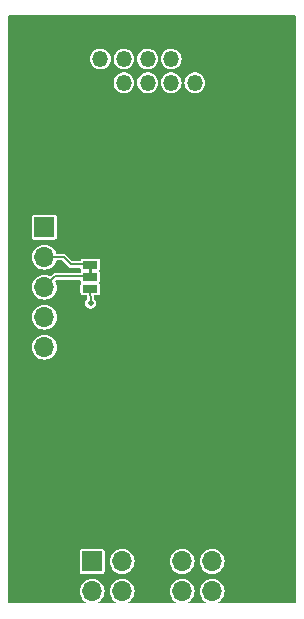
<source format=gbl>
G04 #@! TF.GenerationSoftware,KiCad,Pcbnew,8.0.0*
G04 #@! TF.CreationDate,2024-03-09T17:02:06-06:00*
G04 #@! TF.ProjectId,Sonde_Programmer_Adapter,536f6e64-655f-4507-926f-6772616d6d65,rev?*
G04 #@! TF.SameCoordinates,Original*
G04 #@! TF.FileFunction,Copper,L2,Bot*
G04 #@! TF.FilePolarity,Positive*
%FSLAX46Y46*%
G04 Gerber Fmt 4.6, Leading zero omitted, Abs format (unit mm)*
G04 Created by KiCad (PCBNEW 8.0.0) date 2024-03-09 17:02:06*
%MOMM*%
%LPD*%
G01*
G04 APERTURE LIST*
G04 #@! TA.AperFunction,EtchedComponent*
%ADD10C,0.254000*%
G04 #@! TD*
G04 #@! TA.AperFunction,ComponentPad*
%ADD11O,1.700000X1.700000*%
G04 #@! TD*
G04 #@! TA.AperFunction,ComponentPad*
%ADD12R,1.700000X1.700000*%
G04 #@! TD*
G04 #@! TA.AperFunction,SMDPad,CuDef*
%ADD13R,1.270000X0.635000*%
G04 #@! TD*
G04 #@! TA.AperFunction,ComponentPad*
%ADD14R,1.350000X1.350000*%
G04 #@! TD*
G04 #@! TA.AperFunction,ComponentPad*
%ADD15O,1.350000X1.350000*%
G04 #@! TD*
G04 #@! TA.AperFunction,ViaPad*
%ADD16C,0.510000*%
G04 #@! TD*
G04 #@! TA.AperFunction,ViaPad*
%ADD17C,0.600000*%
G04 #@! TD*
G04 #@! TA.AperFunction,Conductor*
%ADD18C,0.129540*%
G04 #@! TD*
G04 APERTURE END LIST*
D10*
X83667600Y-72415400D02*
X83667600Y-73431400D01*
D11*
X79781000Y-81940000D03*
X79781000Y-79400000D03*
X79781000Y-76860000D03*
X79781000Y-74320000D03*
X79781000Y-71780000D03*
D12*
X79781000Y-69240000D03*
D13*
X83667600Y-72415400D03*
X83667600Y-73431400D03*
X83667600Y-74447400D03*
D14*
X84519000Y-57007000D03*
D15*
X84519000Y-55007000D03*
X86519000Y-57007000D03*
X86519000Y-55007000D03*
X88519000Y-57007000D03*
X88519000Y-55007000D03*
X90519000Y-57007000D03*
X90519000Y-55007000D03*
X92519000Y-57007000D03*
X92519000Y-55007000D03*
D12*
X83820000Y-97536000D03*
D11*
X83820000Y-100076000D03*
X86360000Y-97536000D03*
X86360000Y-100076000D03*
X88900000Y-97536000D03*
X88900000Y-100076000D03*
X91440000Y-97536000D03*
X91440000Y-100076000D03*
X93980000Y-97536000D03*
X93980000Y-100076000D03*
D16*
X83693000Y-75692000D03*
D17*
X85090000Y-99060000D03*
X81915000Y-100203000D03*
X88900000Y-95631000D03*
X86360000Y-95631000D03*
X83566000Y-95631000D03*
X91567000Y-88138000D03*
X89154000Y-90297000D03*
X88646000Y-87884000D03*
X93091000Y-71374000D03*
X91440000Y-71374000D03*
X89916000Y-71374000D03*
X88646000Y-71374000D03*
X93218000Y-58801000D03*
X91567000Y-58801000D03*
X89916000Y-58801000D03*
X88646000Y-58801000D03*
D18*
X83693000Y-75692000D02*
X83667600Y-75666600D01*
X83667600Y-74447400D02*
X83693000Y-75692000D01*
X80695000Y-73406000D02*
X83275830Y-73406000D01*
X79781000Y-74320000D02*
X80695000Y-73406000D01*
X82042000Y-72390000D02*
X83138954Y-72390000D01*
X81432000Y-71780000D02*
X82042000Y-72390000D01*
X79781000Y-71780000D02*
X81432000Y-71780000D01*
G04 #@! TA.AperFunction,Conductor*
G36*
X101080450Y-51319550D02*
G01*
X101099500Y-51365540D01*
X101099500Y-101034460D01*
X101080450Y-101080450D01*
X101034460Y-101099500D01*
X94553304Y-101099500D01*
X94507314Y-101080450D01*
X94488264Y-101034460D01*
X94507314Y-100988470D01*
X94522644Y-100977100D01*
X94566450Y-100953685D01*
X94726410Y-100822410D01*
X94857685Y-100662450D01*
X94955232Y-100479954D01*
X95015300Y-100281934D01*
X95035583Y-100076000D01*
X95015300Y-99870066D01*
X94955232Y-99672046D01*
X94857685Y-99489550D01*
X94792047Y-99409570D01*
X94726410Y-99329589D01*
X94628952Y-99249609D01*
X94566450Y-99198315D01*
X94383954Y-99100768D01*
X94383953Y-99100767D01*
X94383950Y-99100766D01*
X94185934Y-99040699D01*
X93980000Y-99020417D01*
X93774065Y-99040699D01*
X93576049Y-99100766D01*
X93393551Y-99198314D01*
X93233589Y-99329589D01*
X93102314Y-99489551D01*
X93004766Y-99672049D01*
X92944699Y-99870065D01*
X92924417Y-100076000D01*
X92944699Y-100281934D01*
X93004766Y-100479950D01*
X93004767Y-100479953D01*
X93004768Y-100479954D01*
X93102315Y-100662450D01*
X93153609Y-100724952D01*
X93233589Y-100822410D01*
X93313570Y-100888047D01*
X93393550Y-100953685D01*
X93437356Y-100977100D01*
X93468935Y-101015580D01*
X93464056Y-101065120D01*
X93425576Y-101096699D01*
X93406696Y-101099500D01*
X92013304Y-101099500D01*
X91967314Y-101080450D01*
X91948264Y-101034460D01*
X91967314Y-100988470D01*
X91982644Y-100977100D01*
X92026450Y-100953685D01*
X92186410Y-100822410D01*
X92317685Y-100662450D01*
X92415232Y-100479954D01*
X92475300Y-100281934D01*
X92495583Y-100076000D01*
X92475300Y-99870066D01*
X92415232Y-99672046D01*
X92317685Y-99489550D01*
X92252047Y-99409570D01*
X92186410Y-99329589D01*
X92088952Y-99249609D01*
X92026450Y-99198315D01*
X91843954Y-99100768D01*
X91843953Y-99100767D01*
X91843950Y-99100766D01*
X91645934Y-99040699D01*
X91440000Y-99020417D01*
X91234065Y-99040699D01*
X91036049Y-99100766D01*
X90853551Y-99198314D01*
X90693589Y-99329589D01*
X90562314Y-99489551D01*
X90464766Y-99672049D01*
X90404699Y-99870065D01*
X90384417Y-100076000D01*
X90404699Y-100281934D01*
X90464766Y-100479950D01*
X90464767Y-100479953D01*
X90464768Y-100479954D01*
X90562315Y-100662450D01*
X90613609Y-100724952D01*
X90693589Y-100822410D01*
X90773570Y-100888047D01*
X90853550Y-100953685D01*
X90897356Y-100977100D01*
X90928935Y-101015580D01*
X90924056Y-101065120D01*
X90885576Y-101096699D01*
X90866696Y-101099500D01*
X86933304Y-101099500D01*
X86887314Y-101080450D01*
X86868264Y-101034460D01*
X86887314Y-100988470D01*
X86902644Y-100977100D01*
X86946450Y-100953685D01*
X87106410Y-100822410D01*
X87237685Y-100662450D01*
X87335232Y-100479954D01*
X87395300Y-100281934D01*
X87415583Y-100076000D01*
X87395300Y-99870066D01*
X87335232Y-99672046D01*
X87237685Y-99489550D01*
X87172047Y-99409570D01*
X87106410Y-99329589D01*
X87008952Y-99249609D01*
X86946450Y-99198315D01*
X86763954Y-99100768D01*
X86763953Y-99100767D01*
X86763950Y-99100766D01*
X86565934Y-99040699D01*
X86360000Y-99020417D01*
X86154065Y-99040699D01*
X85956049Y-99100766D01*
X85773551Y-99198314D01*
X85613589Y-99329589D01*
X85482314Y-99489551D01*
X85384766Y-99672049D01*
X85324699Y-99870065D01*
X85304417Y-100076000D01*
X85324699Y-100281934D01*
X85384766Y-100479950D01*
X85384767Y-100479953D01*
X85384768Y-100479954D01*
X85482315Y-100662450D01*
X85533609Y-100724952D01*
X85613589Y-100822410D01*
X85693570Y-100888047D01*
X85773550Y-100953685D01*
X85817356Y-100977100D01*
X85848935Y-101015580D01*
X85844056Y-101065120D01*
X85805576Y-101096699D01*
X85786696Y-101099500D01*
X84393304Y-101099500D01*
X84347314Y-101080450D01*
X84328264Y-101034460D01*
X84347314Y-100988470D01*
X84362644Y-100977100D01*
X84406450Y-100953685D01*
X84566410Y-100822410D01*
X84697685Y-100662450D01*
X84795232Y-100479954D01*
X84855300Y-100281934D01*
X84875583Y-100076000D01*
X84855300Y-99870066D01*
X84795232Y-99672046D01*
X84697685Y-99489550D01*
X84632047Y-99409570D01*
X84566410Y-99329589D01*
X84468952Y-99249609D01*
X84406450Y-99198315D01*
X84223954Y-99100768D01*
X84223953Y-99100767D01*
X84223950Y-99100766D01*
X84025934Y-99040699D01*
X83820000Y-99020417D01*
X83614065Y-99040699D01*
X83416049Y-99100766D01*
X83233551Y-99198314D01*
X83073589Y-99329589D01*
X82942314Y-99489551D01*
X82844766Y-99672049D01*
X82784699Y-99870065D01*
X82764417Y-100076000D01*
X82784699Y-100281934D01*
X82844766Y-100479950D01*
X82844767Y-100479953D01*
X82844768Y-100479954D01*
X82942315Y-100662450D01*
X82993609Y-100724952D01*
X83073589Y-100822410D01*
X83153570Y-100888047D01*
X83233550Y-100953685D01*
X83277356Y-100977100D01*
X83308935Y-101015580D01*
X83304056Y-101065120D01*
X83265576Y-101096699D01*
X83246696Y-101099500D01*
X76765540Y-101099500D01*
X76719550Y-101080450D01*
X76700500Y-101034460D01*
X76700500Y-98405751D01*
X82769500Y-98405751D01*
X82781131Y-98464228D01*
X82781132Y-98464230D01*
X82781133Y-98464231D01*
X82825448Y-98530552D01*
X82891769Y-98574867D01*
X82891771Y-98574868D01*
X82950249Y-98586500D01*
X82950252Y-98586500D01*
X84689751Y-98586500D01*
X84748228Y-98574868D01*
X84748228Y-98574867D01*
X84748231Y-98574867D01*
X84814552Y-98530552D01*
X84858867Y-98464231D01*
X84858868Y-98464228D01*
X84870500Y-98405751D01*
X84870500Y-97536000D01*
X85304417Y-97536000D01*
X85324699Y-97741934D01*
X85384766Y-97939950D01*
X85384767Y-97939953D01*
X85384768Y-97939954D01*
X85482315Y-98122450D01*
X85533609Y-98184952D01*
X85613589Y-98282410D01*
X85693570Y-98348047D01*
X85773550Y-98413685D01*
X85956046Y-98511232D01*
X85956048Y-98511232D01*
X85956049Y-98511233D01*
X86154065Y-98571300D01*
X86172529Y-98573118D01*
X86360000Y-98591583D01*
X86565934Y-98571300D01*
X86763954Y-98511232D01*
X86946450Y-98413685D01*
X87106410Y-98282410D01*
X87237685Y-98122450D01*
X87335232Y-97939954D01*
X87395300Y-97741934D01*
X87415583Y-97536000D01*
X90384417Y-97536000D01*
X90404699Y-97741934D01*
X90464766Y-97939950D01*
X90464767Y-97939953D01*
X90464768Y-97939954D01*
X90562315Y-98122450D01*
X90613609Y-98184952D01*
X90693589Y-98282410D01*
X90773570Y-98348047D01*
X90853550Y-98413685D01*
X91036046Y-98511232D01*
X91036048Y-98511232D01*
X91036049Y-98511233D01*
X91234065Y-98571300D01*
X91252529Y-98573118D01*
X91440000Y-98591583D01*
X91645934Y-98571300D01*
X91843954Y-98511232D01*
X92026450Y-98413685D01*
X92186410Y-98282410D01*
X92317685Y-98122450D01*
X92415232Y-97939954D01*
X92475300Y-97741934D01*
X92495583Y-97536000D01*
X92924417Y-97536000D01*
X92944699Y-97741934D01*
X93004766Y-97939950D01*
X93004767Y-97939953D01*
X93004768Y-97939954D01*
X93102315Y-98122450D01*
X93153609Y-98184952D01*
X93233589Y-98282410D01*
X93313570Y-98348047D01*
X93393550Y-98413685D01*
X93576046Y-98511232D01*
X93576048Y-98511232D01*
X93576049Y-98511233D01*
X93774065Y-98571300D01*
X93792529Y-98573118D01*
X93980000Y-98591583D01*
X94185934Y-98571300D01*
X94383954Y-98511232D01*
X94566450Y-98413685D01*
X94726410Y-98282410D01*
X94857685Y-98122450D01*
X94955232Y-97939954D01*
X95015300Y-97741934D01*
X95035583Y-97536000D01*
X95015300Y-97330066D01*
X94955232Y-97132046D01*
X94857685Y-96949550D01*
X94792047Y-96869570D01*
X94726410Y-96789589D01*
X94576116Y-96666248D01*
X94566450Y-96658315D01*
X94383954Y-96560768D01*
X94383953Y-96560767D01*
X94383950Y-96560766D01*
X94185934Y-96500699D01*
X93980000Y-96480417D01*
X93774065Y-96500699D01*
X93576049Y-96560766D01*
X93393551Y-96658314D01*
X93233589Y-96789589D01*
X93102314Y-96949551D01*
X93004766Y-97132049D01*
X92944699Y-97330065D01*
X92924417Y-97536000D01*
X92495583Y-97536000D01*
X92475300Y-97330066D01*
X92415232Y-97132046D01*
X92317685Y-96949550D01*
X92252047Y-96869570D01*
X92186410Y-96789589D01*
X92036116Y-96666248D01*
X92026450Y-96658315D01*
X91843954Y-96560768D01*
X91843953Y-96560767D01*
X91843950Y-96560766D01*
X91645934Y-96500699D01*
X91440000Y-96480417D01*
X91234065Y-96500699D01*
X91036049Y-96560766D01*
X90853551Y-96658314D01*
X90693589Y-96789589D01*
X90562314Y-96949551D01*
X90464766Y-97132049D01*
X90404699Y-97330065D01*
X90384417Y-97536000D01*
X87415583Y-97536000D01*
X87395300Y-97330066D01*
X87335232Y-97132046D01*
X87237685Y-96949550D01*
X87172047Y-96869570D01*
X87106410Y-96789589D01*
X86956116Y-96666248D01*
X86946450Y-96658315D01*
X86763954Y-96560768D01*
X86763953Y-96560767D01*
X86763950Y-96560766D01*
X86565934Y-96500699D01*
X86360000Y-96480417D01*
X86154065Y-96500699D01*
X85956049Y-96560766D01*
X85773551Y-96658314D01*
X85613589Y-96789589D01*
X85482314Y-96949551D01*
X85384766Y-97132049D01*
X85324699Y-97330065D01*
X85304417Y-97536000D01*
X84870500Y-97536000D01*
X84870500Y-96666248D01*
X84858868Y-96607771D01*
X84827461Y-96560768D01*
X84814552Y-96541448D01*
X84748231Y-96497133D01*
X84748230Y-96497132D01*
X84748228Y-96497131D01*
X84689751Y-96485500D01*
X84689748Y-96485500D01*
X82950252Y-96485500D01*
X82950249Y-96485500D01*
X82891771Y-96497131D01*
X82825448Y-96541448D01*
X82781131Y-96607771D01*
X82769500Y-96666248D01*
X82769500Y-98405751D01*
X76700500Y-98405751D01*
X76700500Y-79400000D01*
X78725417Y-79400000D01*
X78745699Y-79605934D01*
X78805766Y-79803950D01*
X78805767Y-79803953D01*
X78805768Y-79803954D01*
X78903315Y-79986450D01*
X78954609Y-80048952D01*
X79034589Y-80146410D01*
X79114570Y-80212047D01*
X79194550Y-80277685D01*
X79377046Y-80375232D01*
X79377048Y-80375232D01*
X79377049Y-80375233D01*
X79575065Y-80435300D01*
X79593529Y-80437118D01*
X79781000Y-80455583D01*
X79986934Y-80435300D01*
X80184954Y-80375232D01*
X80367450Y-80277685D01*
X80527410Y-80146410D01*
X80658685Y-79986450D01*
X80756232Y-79803954D01*
X80816300Y-79605934D01*
X80836583Y-79400000D01*
X80816300Y-79194066D01*
X80756232Y-78996046D01*
X80658685Y-78813550D01*
X80593047Y-78733570D01*
X80527410Y-78653589D01*
X80429952Y-78573609D01*
X80367450Y-78522315D01*
X80184954Y-78424768D01*
X80184953Y-78424767D01*
X80184950Y-78424766D01*
X79986934Y-78364699D01*
X79781000Y-78344417D01*
X79575065Y-78364699D01*
X79377049Y-78424766D01*
X79194551Y-78522314D01*
X79034589Y-78653589D01*
X78903314Y-78813551D01*
X78805766Y-78996049D01*
X78745699Y-79194065D01*
X78725417Y-79400000D01*
X76700500Y-79400000D01*
X76700500Y-76860000D01*
X78725417Y-76860000D01*
X78745699Y-77065934D01*
X78805766Y-77263950D01*
X78805767Y-77263953D01*
X78805768Y-77263954D01*
X78903315Y-77446450D01*
X78954609Y-77508952D01*
X79034589Y-77606410D01*
X79114570Y-77672047D01*
X79194550Y-77737685D01*
X79377046Y-77835232D01*
X79377048Y-77835232D01*
X79377049Y-77835233D01*
X79575065Y-77895300D01*
X79593529Y-77897118D01*
X79781000Y-77915583D01*
X79986934Y-77895300D01*
X80184954Y-77835232D01*
X80367450Y-77737685D01*
X80527410Y-77606410D01*
X80658685Y-77446450D01*
X80756232Y-77263954D01*
X80816300Y-77065934D01*
X80836583Y-76860000D01*
X80816300Y-76654066D01*
X80756232Y-76456046D01*
X80658685Y-76273550D01*
X80593047Y-76193570D01*
X80527410Y-76113589D01*
X80429952Y-76033609D01*
X80367450Y-75982315D01*
X80184954Y-75884768D01*
X80184953Y-75884767D01*
X80184950Y-75884766D01*
X79986934Y-75824699D01*
X79781000Y-75804417D01*
X79575065Y-75824699D01*
X79377049Y-75884766D01*
X79194551Y-75982314D01*
X79034589Y-76113589D01*
X78903314Y-76273551D01*
X78805766Y-76456049D01*
X78745699Y-76654065D01*
X78725417Y-76860000D01*
X76700500Y-76860000D01*
X76700500Y-74320000D01*
X78725417Y-74320000D01*
X78745699Y-74525934D01*
X78805766Y-74723950D01*
X78805767Y-74723953D01*
X78805768Y-74723954D01*
X78903315Y-74906450D01*
X78905778Y-74909451D01*
X79034589Y-75066410D01*
X79114570Y-75132047D01*
X79194550Y-75197685D01*
X79377046Y-75295232D01*
X79377048Y-75295232D01*
X79377049Y-75295233D01*
X79575065Y-75355300D01*
X79593529Y-75357118D01*
X79781000Y-75375583D01*
X79986934Y-75355300D01*
X80184954Y-75295232D01*
X80367450Y-75197685D01*
X80527410Y-75066410D01*
X80658685Y-74906450D01*
X80756232Y-74723954D01*
X80816300Y-74525934D01*
X80836583Y-74320000D01*
X80816300Y-74114066D01*
X80797372Y-74051669D01*
X80756233Y-73916049D01*
X80756232Y-73916048D01*
X80756232Y-73916046D01*
X80710653Y-73830775D01*
X80705774Y-73781235D01*
X80722021Y-73754127D01*
X80785830Y-73690318D01*
X80831819Y-73671270D01*
X82767060Y-73671270D01*
X82813050Y-73690320D01*
X82832100Y-73736310D01*
X82832100Y-73768651D01*
X82843731Y-73827128D01*
X82891607Y-73898778D01*
X82890527Y-73899499D01*
X82907055Y-73939400D01*
X82890527Y-73979300D01*
X82891607Y-73980022D01*
X82843731Y-74051671D01*
X82832100Y-74110148D01*
X82832100Y-74784651D01*
X82843731Y-74843128D01*
X82843732Y-74843130D01*
X82843733Y-74843131D01*
X82888048Y-74909452D01*
X82954369Y-74953767D01*
X82954371Y-74953768D01*
X83012849Y-74965400D01*
X83012852Y-74965400D01*
X83349120Y-74965400D01*
X83395110Y-74984450D01*
X83414146Y-75029113D01*
X83419459Y-75289489D01*
X83401352Y-75335858D01*
X83395053Y-75341042D01*
X83395162Y-75341168D01*
X83391642Y-75344217D01*
X83305868Y-75443206D01*
X83251456Y-75562350D01*
X83232816Y-75691999D01*
X83232816Y-75692000D01*
X83251456Y-75821649D01*
X83305868Y-75940794D01*
X83391642Y-76039783D01*
X83391644Y-76039784D01*
X83501833Y-76110598D01*
X83627505Y-76147499D01*
X83627509Y-76147500D01*
X83758491Y-76147500D01*
X83884167Y-76110598D01*
X83994356Y-76039784D01*
X84080131Y-75940794D01*
X84134543Y-75821649D01*
X84153184Y-75692000D01*
X84134543Y-75562351D01*
X84080131Y-75443206D01*
X84080131Y-75443205D01*
X83994357Y-75344216D01*
X83994355Y-75344215D01*
X83979809Y-75334867D01*
X83951418Y-75293978D01*
X83949946Y-75281487D01*
X83944850Y-75031765D01*
X83962957Y-74985398D01*
X84008549Y-74965414D01*
X84009876Y-74965400D01*
X84322351Y-74965400D01*
X84380828Y-74953768D01*
X84380828Y-74953767D01*
X84380831Y-74953767D01*
X84447152Y-74909452D01*
X84491467Y-74843131D01*
X84491468Y-74843128D01*
X84503100Y-74784651D01*
X84503100Y-74110148D01*
X84491468Y-74051671D01*
X84443593Y-73980022D01*
X84444672Y-73979300D01*
X84428145Y-73939400D01*
X84444672Y-73899499D01*
X84443593Y-73898778D01*
X84447152Y-73893452D01*
X84491467Y-73827131D01*
X84491468Y-73827128D01*
X84503100Y-73768651D01*
X84503100Y-73094148D01*
X84491468Y-73035671D01*
X84443593Y-72964022D01*
X84444672Y-72963300D01*
X84428145Y-72923400D01*
X84444672Y-72883499D01*
X84443593Y-72882778D01*
X84475128Y-72835583D01*
X84491467Y-72811131D01*
X84502586Y-72755233D01*
X84503100Y-72752651D01*
X84503100Y-72078148D01*
X84491468Y-72019671D01*
X84491467Y-72019669D01*
X84447152Y-71953348D01*
X84380831Y-71909033D01*
X84380830Y-71909032D01*
X84380828Y-71909031D01*
X84322351Y-71897400D01*
X84322348Y-71897400D01*
X83012852Y-71897400D01*
X83012849Y-71897400D01*
X82954371Y-71909031D01*
X82888048Y-71953348D01*
X82843731Y-72019671D01*
X82833248Y-72072378D01*
X82805593Y-72113769D01*
X82769458Y-72124730D01*
X82178819Y-72124730D01*
X82132829Y-72105680D01*
X81582265Y-71555115D01*
X81582264Y-71555114D01*
X81484768Y-71514730D01*
X81484766Y-71514730D01*
X81484765Y-71514730D01*
X80846538Y-71514730D01*
X80800548Y-71495680D01*
X80784299Y-71468570D01*
X80756233Y-71376049D01*
X80756232Y-71376048D01*
X80756232Y-71376046D01*
X80658685Y-71193550D01*
X80593047Y-71113570D01*
X80527410Y-71033589D01*
X80429952Y-70953609D01*
X80367450Y-70902315D01*
X80184954Y-70804768D01*
X80184953Y-70804767D01*
X80184950Y-70804766D01*
X79986934Y-70744699D01*
X79781000Y-70724417D01*
X79575065Y-70744699D01*
X79377049Y-70804766D01*
X79194551Y-70902314D01*
X79034589Y-71033589D01*
X78903314Y-71193551D01*
X78805766Y-71376049D01*
X78745699Y-71574065D01*
X78725417Y-71780000D01*
X78745699Y-71985934D01*
X78805766Y-72183950D01*
X78805767Y-72183953D01*
X78805768Y-72183954D01*
X78903315Y-72366450D01*
X78954609Y-72428952D01*
X79034589Y-72526410D01*
X79114570Y-72592047D01*
X79194550Y-72657685D01*
X79377046Y-72755232D01*
X79377048Y-72755232D01*
X79377049Y-72755233D01*
X79575065Y-72815300D01*
X79593529Y-72817118D01*
X79781000Y-72835583D01*
X79986934Y-72815300D01*
X80184954Y-72755232D01*
X80367450Y-72657685D01*
X80527410Y-72526410D01*
X80658685Y-72366450D01*
X80756232Y-72183954D01*
X80784299Y-72091430D01*
X80815878Y-72052950D01*
X80846538Y-72045270D01*
X81295181Y-72045270D01*
X81341171Y-72064320D01*
X81891734Y-72614884D01*
X81891735Y-72614885D01*
X81989231Y-72655269D01*
X81989232Y-72655269D01*
X81989234Y-72655270D01*
X81989235Y-72655270D01*
X82767060Y-72655270D01*
X82813050Y-72674320D01*
X82832100Y-72720310D01*
X82832100Y-72752651D01*
X82843731Y-72811128D01*
X82891607Y-72882778D01*
X82890527Y-72883499D01*
X82907055Y-72923400D01*
X82890527Y-72963300D01*
X82891607Y-72964022D01*
X82843731Y-73035671D01*
X82833248Y-73088378D01*
X82805593Y-73129769D01*
X82769458Y-73140730D01*
X80642231Y-73140730D01*
X80544736Y-73181114D01*
X80346873Y-73378976D01*
X80300883Y-73398026D01*
X80270224Y-73390346D01*
X80184954Y-73344768D01*
X80184953Y-73344767D01*
X80184950Y-73344766D01*
X79986934Y-73284699D01*
X79781000Y-73264417D01*
X79575065Y-73284699D01*
X79377049Y-73344766D01*
X79194551Y-73442314D01*
X79034589Y-73573589D01*
X78903314Y-73733551D01*
X78805766Y-73916049D01*
X78745699Y-74114065D01*
X78725417Y-74320000D01*
X76700500Y-74320000D01*
X76700500Y-70109751D01*
X78730500Y-70109751D01*
X78742131Y-70168228D01*
X78742132Y-70168230D01*
X78742133Y-70168231D01*
X78786448Y-70234552D01*
X78852769Y-70278867D01*
X78852771Y-70278868D01*
X78911249Y-70290500D01*
X78911252Y-70290500D01*
X80650751Y-70290500D01*
X80709228Y-70278868D01*
X80709228Y-70278867D01*
X80709231Y-70278867D01*
X80775552Y-70234552D01*
X80819867Y-70168231D01*
X80819868Y-70168228D01*
X80831500Y-70109751D01*
X80831500Y-68370248D01*
X80819868Y-68311771D01*
X80819867Y-68311769D01*
X80775552Y-68245448D01*
X80709231Y-68201133D01*
X80709230Y-68201132D01*
X80709228Y-68201131D01*
X80650751Y-68189500D01*
X80650748Y-68189500D01*
X78911252Y-68189500D01*
X78911249Y-68189500D01*
X78852771Y-68201131D01*
X78786448Y-68245448D01*
X78742131Y-68311771D01*
X78730500Y-68370248D01*
X78730500Y-70109751D01*
X76700500Y-70109751D01*
X76700500Y-57007000D01*
X85638678Y-57007000D01*
X85657915Y-57190030D01*
X85714788Y-57365065D01*
X85806803Y-57524438D01*
X85806805Y-57524440D01*
X85929950Y-57661207D01*
X86078839Y-57769381D01*
X86246966Y-57844236D01*
X86426981Y-57882500D01*
X86426984Y-57882500D01*
X86611016Y-57882500D01*
X86611019Y-57882500D01*
X86791034Y-57844236D01*
X86959161Y-57769381D01*
X87108050Y-57661207D01*
X87231195Y-57524440D01*
X87323214Y-57365059D01*
X87380085Y-57190029D01*
X87399322Y-57007000D01*
X87638678Y-57007000D01*
X87657915Y-57190030D01*
X87714788Y-57365065D01*
X87806803Y-57524438D01*
X87806805Y-57524440D01*
X87929950Y-57661207D01*
X88078839Y-57769381D01*
X88246966Y-57844236D01*
X88426981Y-57882500D01*
X88426984Y-57882500D01*
X88611016Y-57882500D01*
X88611019Y-57882500D01*
X88791034Y-57844236D01*
X88959161Y-57769381D01*
X89108050Y-57661207D01*
X89231195Y-57524440D01*
X89323214Y-57365059D01*
X89380085Y-57190029D01*
X89399322Y-57007000D01*
X89638678Y-57007000D01*
X89657915Y-57190030D01*
X89714788Y-57365065D01*
X89806803Y-57524438D01*
X89806805Y-57524440D01*
X89929950Y-57661207D01*
X90078839Y-57769381D01*
X90246966Y-57844236D01*
X90426981Y-57882500D01*
X90426984Y-57882500D01*
X90611016Y-57882500D01*
X90611019Y-57882500D01*
X90791034Y-57844236D01*
X90959161Y-57769381D01*
X91108050Y-57661207D01*
X91231195Y-57524440D01*
X91323214Y-57365059D01*
X91380085Y-57190029D01*
X91399322Y-57007000D01*
X91638678Y-57007000D01*
X91657915Y-57190030D01*
X91714788Y-57365065D01*
X91806803Y-57524438D01*
X91806805Y-57524440D01*
X91929950Y-57661207D01*
X92078839Y-57769381D01*
X92246966Y-57844236D01*
X92426981Y-57882500D01*
X92426984Y-57882500D01*
X92611016Y-57882500D01*
X92611019Y-57882500D01*
X92791034Y-57844236D01*
X92959161Y-57769381D01*
X93108050Y-57661207D01*
X93231195Y-57524440D01*
X93323214Y-57365059D01*
X93380085Y-57190029D01*
X93399322Y-57007000D01*
X93380085Y-56823971D01*
X93323214Y-56648941D01*
X93323212Y-56648938D01*
X93323211Y-56648934D01*
X93231196Y-56489561D01*
X93231194Y-56489559D01*
X93108050Y-56352793D01*
X93108046Y-56352790D01*
X93108045Y-56352789D01*
X92959160Y-56244618D01*
X92865888Y-56203091D01*
X92791034Y-56169764D01*
X92611019Y-56131500D01*
X92426981Y-56131500D01*
X92246966Y-56169764D01*
X92078839Y-56244618D01*
X91929954Y-56352789D01*
X91929948Y-56352795D01*
X91806805Y-56489559D01*
X91806803Y-56489561D01*
X91714788Y-56648934D01*
X91657915Y-56823969D01*
X91638678Y-57007000D01*
X91399322Y-57007000D01*
X91380085Y-56823971D01*
X91323214Y-56648941D01*
X91323212Y-56648938D01*
X91323211Y-56648934D01*
X91231196Y-56489561D01*
X91231194Y-56489559D01*
X91108050Y-56352793D01*
X91108046Y-56352790D01*
X91108045Y-56352789D01*
X90959160Y-56244618D01*
X90865888Y-56203091D01*
X90791034Y-56169764D01*
X90611019Y-56131500D01*
X90426981Y-56131500D01*
X90246966Y-56169764D01*
X90078839Y-56244618D01*
X89929954Y-56352789D01*
X89929948Y-56352795D01*
X89806805Y-56489559D01*
X89806803Y-56489561D01*
X89714788Y-56648934D01*
X89657915Y-56823969D01*
X89638678Y-57007000D01*
X89399322Y-57007000D01*
X89380085Y-56823971D01*
X89323214Y-56648941D01*
X89323212Y-56648938D01*
X89323211Y-56648934D01*
X89231196Y-56489561D01*
X89231194Y-56489559D01*
X89108050Y-56352793D01*
X89108046Y-56352790D01*
X89108045Y-56352789D01*
X88959160Y-56244618D01*
X88865888Y-56203091D01*
X88791034Y-56169764D01*
X88611019Y-56131500D01*
X88426981Y-56131500D01*
X88246966Y-56169764D01*
X88078839Y-56244618D01*
X87929954Y-56352789D01*
X87929948Y-56352795D01*
X87806805Y-56489559D01*
X87806803Y-56489561D01*
X87714788Y-56648934D01*
X87657915Y-56823969D01*
X87638678Y-57007000D01*
X87399322Y-57007000D01*
X87380085Y-56823971D01*
X87323214Y-56648941D01*
X87323212Y-56648938D01*
X87323211Y-56648934D01*
X87231196Y-56489561D01*
X87231194Y-56489559D01*
X87108050Y-56352793D01*
X87108046Y-56352790D01*
X87108045Y-56352789D01*
X86959160Y-56244618D01*
X86865888Y-56203091D01*
X86791034Y-56169764D01*
X86611019Y-56131500D01*
X86426981Y-56131500D01*
X86246966Y-56169764D01*
X86078839Y-56244618D01*
X85929954Y-56352789D01*
X85929948Y-56352795D01*
X85806805Y-56489559D01*
X85806803Y-56489561D01*
X85714788Y-56648934D01*
X85657915Y-56823969D01*
X85638678Y-57007000D01*
X76700500Y-57007000D01*
X76700500Y-55007000D01*
X83638678Y-55007000D01*
X83657915Y-55190030D01*
X83714788Y-55365065D01*
X83806803Y-55524438D01*
X83806805Y-55524440D01*
X83929950Y-55661207D01*
X84078839Y-55769381D01*
X84246966Y-55844236D01*
X84426981Y-55882500D01*
X84426984Y-55882500D01*
X84611016Y-55882500D01*
X84611019Y-55882500D01*
X84791034Y-55844236D01*
X84959161Y-55769381D01*
X85108050Y-55661207D01*
X85231195Y-55524440D01*
X85323214Y-55365059D01*
X85380085Y-55190029D01*
X85399322Y-55007000D01*
X85638678Y-55007000D01*
X85657915Y-55190030D01*
X85714788Y-55365065D01*
X85806803Y-55524438D01*
X85806805Y-55524440D01*
X85929950Y-55661207D01*
X86078839Y-55769381D01*
X86246966Y-55844236D01*
X86426981Y-55882500D01*
X86426984Y-55882500D01*
X86611016Y-55882500D01*
X86611019Y-55882500D01*
X86791034Y-55844236D01*
X86959161Y-55769381D01*
X87108050Y-55661207D01*
X87231195Y-55524440D01*
X87323214Y-55365059D01*
X87380085Y-55190029D01*
X87399322Y-55007000D01*
X87638678Y-55007000D01*
X87657915Y-55190030D01*
X87714788Y-55365065D01*
X87806803Y-55524438D01*
X87806805Y-55524440D01*
X87929950Y-55661207D01*
X88078839Y-55769381D01*
X88246966Y-55844236D01*
X88426981Y-55882500D01*
X88426984Y-55882500D01*
X88611016Y-55882500D01*
X88611019Y-55882500D01*
X88791034Y-55844236D01*
X88959161Y-55769381D01*
X89108050Y-55661207D01*
X89231195Y-55524440D01*
X89323214Y-55365059D01*
X89380085Y-55190029D01*
X89399322Y-55007000D01*
X89638678Y-55007000D01*
X89657915Y-55190030D01*
X89714788Y-55365065D01*
X89806803Y-55524438D01*
X89806805Y-55524440D01*
X89929950Y-55661207D01*
X90078839Y-55769381D01*
X90246966Y-55844236D01*
X90426981Y-55882500D01*
X90426984Y-55882500D01*
X90611016Y-55882500D01*
X90611019Y-55882500D01*
X90791034Y-55844236D01*
X90959161Y-55769381D01*
X91108050Y-55661207D01*
X91231195Y-55524440D01*
X91323214Y-55365059D01*
X91380085Y-55190029D01*
X91399322Y-55007000D01*
X91380085Y-54823971D01*
X91323214Y-54648941D01*
X91323212Y-54648938D01*
X91323211Y-54648934D01*
X91231196Y-54489561D01*
X91231194Y-54489559D01*
X91108050Y-54352793D01*
X91108046Y-54352790D01*
X91108045Y-54352789D01*
X90959160Y-54244618D01*
X90865888Y-54203091D01*
X90791034Y-54169764D01*
X90611019Y-54131500D01*
X90426981Y-54131500D01*
X90246966Y-54169764D01*
X90078839Y-54244618D01*
X89929954Y-54352789D01*
X89929948Y-54352795D01*
X89806805Y-54489559D01*
X89806803Y-54489561D01*
X89714788Y-54648934D01*
X89657915Y-54823969D01*
X89638678Y-55007000D01*
X89399322Y-55007000D01*
X89380085Y-54823971D01*
X89323214Y-54648941D01*
X89323212Y-54648938D01*
X89323211Y-54648934D01*
X89231196Y-54489561D01*
X89231194Y-54489559D01*
X89108050Y-54352793D01*
X89108046Y-54352790D01*
X89108045Y-54352789D01*
X88959160Y-54244618D01*
X88865888Y-54203091D01*
X88791034Y-54169764D01*
X88611019Y-54131500D01*
X88426981Y-54131500D01*
X88246966Y-54169764D01*
X88078839Y-54244618D01*
X87929954Y-54352789D01*
X87929948Y-54352795D01*
X87806805Y-54489559D01*
X87806803Y-54489561D01*
X87714788Y-54648934D01*
X87657915Y-54823969D01*
X87638678Y-55007000D01*
X87399322Y-55007000D01*
X87380085Y-54823971D01*
X87323214Y-54648941D01*
X87323212Y-54648938D01*
X87323211Y-54648934D01*
X87231196Y-54489561D01*
X87231194Y-54489559D01*
X87108050Y-54352793D01*
X87108046Y-54352790D01*
X87108045Y-54352789D01*
X86959160Y-54244618D01*
X86865888Y-54203091D01*
X86791034Y-54169764D01*
X86611019Y-54131500D01*
X86426981Y-54131500D01*
X86246966Y-54169764D01*
X86078839Y-54244618D01*
X85929954Y-54352789D01*
X85929948Y-54352795D01*
X85806805Y-54489559D01*
X85806803Y-54489561D01*
X85714788Y-54648934D01*
X85657915Y-54823969D01*
X85638678Y-55007000D01*
X85399322Y-55007000D01*
X85380085Y-54823971D01*
X85323214Y-54648941D01*
X85323212Y-54648938D01*
X85323211Y-54648934D01*
X85231196Y-54489561D01*
X85231194Y-54489559D01*
X85108050Y-54352793D01*
X85108046Y-54352790D01*
X85108045Y-54352789D01*
X84959160Y-54244618D01*
X84865888Y-54203091D01*
X84791034Y-54169764D01*
X84611019Y-54131500D01*
X84426981Y-54131500D01*
X84246966Y-54169764D01*
X84078839Y-54244618D01*
X83929954Y-54352789D01*
X83929948Y-54352795D01*
X83806805Y-54489559D01*
X83806803Y-54489561D01*
X83714788Y-54648934D01*
X83657915Y-54823969D01*
X83638678Y-55007000D01*
X76700500Y-55007000D01*
X76700500Y-51365540D01*
X76719550Y-51319550D01*
X76765540Y-51300500D01*
X101034460Y-51300500D01*
X101080450Y-51319550D01*
G37*
G04 #@! TD.AperFunction*
M02*

</source>
